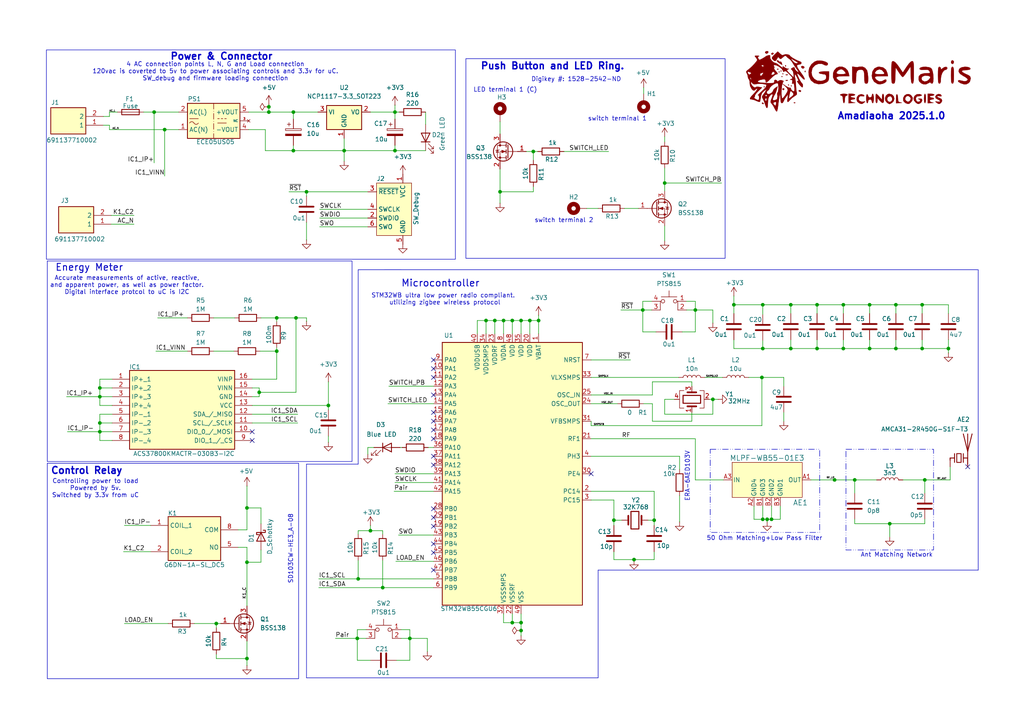
<source format=kicad_sch>
(kicad_sch (version 20250114) (generator "eeschema") (generator_version "9.0")
  (paper "A4")
  (title_block (title "Amadiaoha") (rev "2025.1.0") (company "GeneMaris Technologies") (comment 1 "Wall embedded Smart Switch"))
  (rectangle (start 13.462 14.478) (end 132.08 75.184))
  (rectangle (start 245.364 130.302) (end 270.764 159.512) (stroke (width 0) (type dash_dot_dot)))
  (rectangle (start 13.716 75.692) (end 102.108 133.858))
  (rectangle (start 135.128 17.018) (end 210.312 74.93))
  (rectangle (start 13.716 134.366) (end 86.614 196.85))
  (rectangle (start 303.276 15.494) (end 376.174 65.532))
  (rectangle (start 205.994 130.302) (end 237.744 154.432) (stroke (width 0) (type dash_dot_dot)))
  (text "Digi-key:1528-2546-ND" (at 316.738 18.288 0) (effects (font (size 1.27 1.27))))
  (text "switch terminal 1" (at 179.07 34.544 0) (effects (font (size 1.27 1.27))))
  (text "Alternate Push Button Design" (at 341.122 13.97 0) (effects (font (size 2 2) (thickness 0.4) (bold yes))))
  (text "Power & Connector" (at 64.262 16.51 0) (effects (font (size 2 2) (thickness 0.4) (bold yes))))
  (text "4 AC connection points L, N, G and Load connection\n120vac is coverted to 5v to power associating controls and 3.3v for uC.\nSW_debug and firmware loading connection" (at 62.484 20.828 0) (effects (font (size 1.27 1.27) (thickness 0.1588))))
  (text "Microcontroller" (at 127.762 82.296 0) (effects (font (size 2 2) (thickness 0.254) (bold yes))))
  (text "Control Relay" (at 25.146 136.652 0) (effects (font (size 2 2) (thickness 0.4) (bold yes))))
  (text "Digikey #: 1528-2542-ND" (exclude_from_sim yes) (at 167.132 23.114 0) (effects (font (size 1.27 1.27))))
  (text "Energy Meter" (at 25.908 77.724 0) (effects (font (size 2 2) (thickness 0.254) (bold yes))))
  (text "STM32WB ultra low power radio compliant. \nutilizing zigbee wireless protocol" (at 129.032 86.868 0) (effects (font (size 1.27 1.27))))
  (text "Controlling power to load\nPowered by 5v.\nSwitched by 3.3v from uC" (at 27.686 141.732 0) (effects (font (size 1.27 1.27) (thickness 0.1588))))
  (text "Push Button and LED Ring.\n" (at 160.274 19.304 0) (effects (font (size 2 2) (thickness 0.4) (bold yes))))
  (text "Accurate measurements of active, reactive,\nand apparent power, as well as power factor.\nDigital interface protcol to uC is I2C" (at 36.83 82.804 0) (effects (font (size 1.27 1.27) (thickness 0.1588))))
  (text "ERA-6AED103V" (at 199.39 138.176 90) (effects (font (size 1.27 1.27))))
  (text "SD103CW-HE3_A-08" (at 84.328 159.258 90) (effects (font (size 1.27 1.27))))
  (text "Ant Matching Network\n" (at 260.096 161.036 0) (effects (font (size 1.27 1.27))))
  (text "50 Ohm Matching+Low Pass Filter\n" (at 221.742 156.21 0) (effects (font (size 1.27 1.27))))
  (text "LED terminal 1 (C)" (at 146.558 26.162 0) (effects (font (size 1.27 1.27))))
  (text "switch terminal 2" (at 163.576 64.008 0) (effects (font (size 1.27 1.27))))
  (text "${TITLE} ${REVISION}" (at 258.572 33.782 0) (effects (font (size 2 2) (thickness 0.4) (bold yes))))
  (junction (at 236.982 88.392))
  (junction (at 99.822 43.688))
  (junction (at 151.13 182.88))
  (junction (at 221.234 150.622))
  (junction (at 223.774 150.622))
  (junction (at 28.956 125.222))
  (junction (at 212.852 88.392))
  (junction (at 267.462 101.092))
  (junction (at 268.224 139.192))
  (junction (at 44.704 32.512))
  (junction (at 110.998 170.434))
  (junction (at 77.978 32.512))
  (junction (at 71.628 163.068))
  (junction (at 140.97 92.964))
  (junction (at 145.034 55.626))
  (junction (at 114.554 43.688))
  (junction (at 28.956 115.062))
  (junction (at 80.264 92.202))
  (junction (at 154.686 43.942))
  (junction (at 252.222 88.392))
  (junction (at 143.51 92.964))
  (junction (at 156.21 92.964))
  (junction (at 95.25 117.602))
  (junction (at 80.264 101.854))
  (junction (at 221.234 88.392))
  (junction (at 146.05 92.964))
  (junction (at 275.082 101.092))
  (junction (at 85.09 32.512))
  (junction (at 71.628 147.32))
  (junction (at 221.234 101.092))
  (junction (at 259.842 88.392))
  (junction (at 229.362 88.392))
  (junction (at 267.462 88.392))
  (junction (at 247.904 139.192))
  (junction (at 244.602 88.392))
  (junction (at 148.59 92.964))
  (junction (at 62.738 180.848))
  (junction (at 220.98 109.474))
  (junction (at 206.756 115.824))
  (junction (at 201.676 89.916))
  (junction (at 85.09 43.688))
  (junction (at 28.956 122.682))
  (junction (at 189.738 150.876))
  (junction (at 258.064 151.892))
  (junction (at 47.752 37.592))
  (junction (at 222.504 150.622))
  (junction (at 192.786 53.086))
  (junction (at 183.896 162.306))
  (junction (at 148.59 180.594))
  (junction (at 252.222 101.092))
  (junction (at 103.886 167.894))
  (junction (at 151.13 92.964))
  (junction (at 103.632 185.166))
  (junction (at 357.378 40.64))
  (junction (at 236.982 101.092))
  (junction (at 85.852 92.202))
  (junction (at 77.978 30.988))
  (junction (at 107.442 153.924))
  (junction (at 259.842 101.092))
  (junction (at 229.362 101.092))
  (junction (at 118.872 185.166))
  (junction (at 244.602 101.092))
  (junction (at 186.436 89.916))
  (junction (at 153.67 92.964))
  (junction (at 151.13 180.594))
  (junction (at 28.956 112.522))
  (junction (at 178.054 150.876))
  (junction (at 114.554 32.512))
  (junction (at 242.062 139.192))
  (junction (at 71.628 191.008))
  (junction (at 88.9 55.626))
  (junction (at 75.184 113.792))
  (no_connect (at 125.73 109.474))
  (no_connect (at 125.73 114.554))
  (no_connect (at 125.73 119.634))
  (no_connect (at 171.45 137.414))
  (no_connect (at 125.73 152.654))
  (no_connect (at 73.152 127.762))
  (no_connect (at 125.73 124.714))
  (no_connect (at 125.73 147.574))
  (no_connect (at 125.73 157.734))
  (no_connect (at 125.73 132.334))
  (no_connect (at 125.73 160.274))
  (no_connect (at 125.73 106.934))
  (no_connect (at 125.73 127.254))
  (no_connect (at 125.73 150.114))
  (no_connect (at 125.73 104.394))
  (no_connect (at 280.67 135.382))
  (no_connect (at 125.73 165.354))
  (no_connect (at 125.73 134.874))
  (no_connect (at 73.152 125.222))
  (no_connect (at 125.73 122.174))
  (wire (pts (xy 103.886 153.924) (xy 107.442 153.924)))
  (wire (pts (xy 114.808 162.814) (xy 125.73 162.814)))
  (wire (pts (xy 80.264 92.202) (xy 75.692 92.202)))
  (wire (pts (xy 247.904 139.192) (xy 247.904 143.002)))
  (wire (pts (xy 123.952 185.166) (xy 118.872 185.166)))
  (wire (pts (xy 92.71 60.706) (xy 106.68 60.706)))
  (wire (pts (xy 29.972 33.782) (xy 31.75 33.782)))
  (wire (pts (xy 115.824 32.512) (xy 114.554 32.512)))
  (wire (pts (xy 178.054 162.306) (xy 183.896 162.306)))
  (wire (pts (xy 183.896 162.306) (xy 189.738 162.306)))
  (wire (pts (xy 275.082 101.092) (xy 267.462 101.092)))
  (wire (pts (xy 218.694 150.622) (xy 221.234 150.622)))
  (wire (pts (xy 28.956 112.522) (xy 28.956 115.062)))
  (polyline (pts (xy 283.718 165.354) (xy 173.482 165.354)))
  (wire (pts (xy 35.814 160.02) (xy 43.688 160.02)))
  (wire (pts (xy 80.264 100.838) (xy 80.264 101.854)))
  (wire (pts (xy 118.872 191.516) (xy 115.062 191.516)))
  (wire (pts (xy 44.704 32.512) (xy 44.704 47.244)))
  (wire (pts (xy 125.73 137.414) (xy 114.554 137.414)))
  (wire (pts (xy 85.09 32.512) (xy 77.978 32.512)))
  (wire (pts (xy 75.184 115.062) (xy 75.184 113.792)))
  (wire (pts (xy 227.33 119.634) (xy 227.33 122.174)))
  (wire (pts (xy 259.842 88.392) (xy 259.842 90.932)))
  (wire (pts (xy 171.45 127.254) (xy 201.676 127.254)))
  (wire (pts (xy 148.59 178.054) (xy 148.59 180.594)))
  (wire (pts (xy 28.956 112.522) (xy 32.512 112.522)))
  (wire (pts (xy 170.18 60.452) (xy 173.482 60.452)))
  (wire (pts (xy 222.504 150.622) (xy 223.774 150.622)))
  (wire (pts (xy 206.756 115.824) (xy 208.28 115.824)))
  (wire (pts (xy 200.66 110.744) (xy 200.66 112.014)))
  (wire (pts (xy 76.962 43.688) (xy 85.09 43.688)))
  (wire (pts (xy 73.152 109.982) (xy 80.264 109.982)))
  (polyline (pts (xy 88.9 134.62) (xy 103.886 134.62)))
  (wire (pts (xy 275.59 135.382) (xy 275.59 139.192)))
  (wire (pts (xy 186.436 89.916) (xy 186.436 96.266)))
  (wire (pts (xy 176.53 43.942) (xy 163.576 43.942)))
  (wire (pts (xy 80.264 93.218) (xy 80.264 92.202)))
  (wire (pts (xy 45.212 101.854) (xy 54.356 101.854)))
  (wire (pts (xy 103.632 182.626) (xy 103.632 185.166)))
  (wire (pts (xy 103.632 185.166) (xy 103.632 191.516)))
  (wire (pts (xy 44.704 32.512) (xy 51.816 32.512)))
  (wire (pts (xy 103.886 167.894) (xy 125.73 167.894)))
  (wire (pts (xy 212.852 88.392) (xy 221.234 88.392)))
  (wire (pts (xy 143.51 92.964) (xy 140.97 92.964)))
  (wire (pts (xy 140.97 92.964) (xy 138.43 92.964)))
  (wire (pts (xy 196.85 109.474) (xy 171.45 109.474)))
  (wire (pts (xy 220.98 109.474) (xy 227.33 109.474)))
  (wire (pts (xy 178.054 160.02) (xy 178.054 162.306)))
  (wire (pts (xy 124.206 129.794) (xy 125.73 129.794)))
  (wire (pts (xy 38.862 62.484) (xy 32.258 62.484)))
  (polyline (pts (xy 111.506 78.232) (xy 283.718 78.232)))
  (wire (pts (xy 112.776 112.014) (xy 125.73 112.014)))
  (wire (pts (xy 229.362 88.392) (xy 236.982 88.392)))
  (wire (pts (xy 189.23 122.174) (xy 200.66 122.174)))
  (wire (pts (xy 220.98 123.444) (xy 171.45 123.444)))
  (wire (pts (xy 254.254 139.192) (xy 247.904 139.192)))
  (wire (pts (xy 143.51 92.964) (xy 143.51 96.774)))
  (wire (pts (xy 153.67 92.964) (xy 151.13 92.964)))
  (wire (pts (xy 85.852 92.202) (xy 88.9 92.202)))
  (wire (pts (xy 171.45 114.554) (xy 189.23 114.554)))
  (wire (pts (xy 95.25 126.492) (xy 95.25 128.27)))
  (wire (pts (xy 80.264 101.854) (xy 80.264 109.982)))
  (wire (pts (xy 61.976 101.854) (xy 67.818 101.854)))
  (wire (pts (xy 200.66 119.634) (xy 200.66 122.174)))
  (wire (pts (xy 350.012 40.64) (xy 357.378 40.64)))
  (wire (pts (xy 221.234 98.806) (xy 221.234 101.092)))
  (wire (pts (xy 171.45 142.494) (xy 189.738 142.494)))
  (wire (pts (xy 125.73 155.194) (xy 115.57 155.194)))
  (wire (pts (xy 247.904 151.892) (xy 258.064 151.892)))
  (wire (pts (xy 88.9 64.516) (xy 88.9 69.596)))
  (wire (pts (xy 180.34 150.876) (xy 178.054 150.876)))
  (wire (pts (xy 236.982 101.092) (xy 236.982 98.552)))
  (wire (pts (xy 252.222 88.392) (xy 244.602 88.392)))
  (wire (pts (xy 206.756 89.916) (xy 201.676 89.916)))
  (wire (pts (xy 32.512 120.142) (xy 28.956 120.142)))
  (wire (pts (xy 220.98 123.444) (xy 220.98 109.474)))
  (wire (pts (xy 123.444 43.688) (xy 114.554 43.688)))
  (wire (pts (xy 171.45 104.394) (xy 182.88 104.394)))
  (polyline (pts (xy 173.482 165.354) (xy 173.482 196.596)))
  (wire (pts (xy 45.72 92.202) (xy 54.356 92.202)))
  (wire (pts (xy 154.686 43.942) (xy 152.654 43.942)))
  (wire (pts (xy 346.456 55.118) (xy 346.456 53.34)))
  (wire (pts (xy 199.136 87.376) (xy 201.676 87.376)))
  (wire (pts (xy 189.23 110.744) (xy 200.66 110.744)))
  (wire (pts (xy 259.842 88.392) (xy 252.222 88.392)))
  (wire (pts (xy 320.548 58.42) (xy 320.548 63.246)))
  (wire (pts (xy 222.504 151.384) (xy 222.504 150.622)))
  (wire (pts (xy 186.436 89.916) (xy 180.086 89.916)))
  (wire (pts (xy 114.3 142.494) (xy 125.73 142.494)))
  (wire (pts (xy 189.23 117.094) (xy 189.23 122.174)))
  (wire (pts (xy 108.458 129.794) (xy 106.68 129.794)))
  (wire (pts (xy 244.602 88.392) (xy 244.602 90.932)))
  (wire (pts (xy 275.082 90.932) (xy 275.082 88.392)))
  (wire (pts (xy 28.956 115.062) (xy 32.512 115.062)))
  (wire (pts (xy 187.96 150.876) (xy 189.738 150.876)))
  (wire (pts (xy 268.224 139.192) (xy 275.59 139.192)))
  (wire (pts (xy 75.184 113.792) (xy 75.184 112.522)))
  (wire (pts (xy 212.852 88.392) (xy 212.852 90.932)))
  (wire (pts (xy 201.676 139.192) (xy 209.804 139.192)))
  (wire (pts (xy 125.73 139.954) (xy 114.554 139.954)))
  (wire (pts (xy 73.152 115.062) (xy 75.184 115.062)))
  (wire (pts (xy 151.13 180.594) (xy 151.13 182.88)))
  (wire (pts (xy 110.998 170.434) (xy 125.73 170.434)))
  (wire (pts (xy 151.13 92.964) (xy 151.13 96.774)))
  (wire (pts (xy 217.17 109.474) (xy 220.98 109.474)))
  (polyline (pts (xy 88.9 196.596) (xy 88.9 134.62)))
  (wire (pts (xy 258.064 151.892) (xy 258.064 155.702)))
  (wire (pts (xy 116.332 182.626) (xy 118.872 182.626)))
  (wire (pts (xy 244.602 101.092) (xy 236.982 101.092)))
  (wire (pts (xy 92.71 63.246) (xy 106.68 63.246)))
  (wire (pts (xy 71.628 140.97) (xy 71.628 147.32)))
  (wire (pts (xy 103.632 185.166) (xy 97.282 185.166)))
  (wire (pts (xy 92.456 167.894) (xy 103.886 167.894)))
  (wire (pts (xy 85.09 32.512) (xy 85.09 34.544)))
  (wire (pts (xy 71.628 147.32) (xy 71.628 153.67)))
  (wire (pts (xy 192.786 120.142) (xy 206.756 120.142)))
  (wire (pts (xy 75.438 101.854) (xy 80.264 101.854)))
  (wire (pts (xy 267.462 88.392) (xy 259.842 88.392)))
  (wire (pts (xy 156.21 91.44) (xy 156.21 92.964)))
  (wire (pts (xy 88.9 55.626) (xy 106.68 55.626)))
  (wire (pts (xy 83.82 55.626) (xy 88.9 55.626)))
  (polyline (pts (xy 103.886 78.232) (xy 116.332 78.232)))
  (wire (pts (xy 319.786 29.718) (xy 319.786 34.544)))
  (wire (pts (xy 31.75 32.512) (xy 31.75 33.782)))
  (wire (pts (xy 56.388 180.848) (xy 62.738 180.848)))
  (wire (pts (xy 31.75 37.592) (xy 31.75 36.322)))
  (wire (pts (xy 28.956 109.982) (xy 32.512 109.982)))
  (wire (pts (xy 319.786 34.544) (xy 332.994 34.544)))
  (wire (pts (xy 275.082 102.362) (xy 275.082 101.092)))
  (wire (pts (xy 138.43 96.774) (xy 138.43 92.964)))
  (wire (pts (xy 145.034 35.306) (xy 145.034 38.862)))
  (wire (pts (xy 357.378 40.64) (xy 357.378 45.466)))
  (wire (pts (xy 192.786 53.086) (xy 192.786 55.372)))
  (wire (pts (xy 48.768 180.848) (xy 36.068 180.848)))
  (wire (pts (xy 114.554 42.164) (xy 114.554 43.688)))
  (wire (pts (xy 195.58 115.824) (xy 192.786 115.824)))
  (wire (pts (xy 221.234 88.392) (xy 229.362 88.392)))
  (wire (pts (xy 146.05 92.964) (xy 146.05 96.774)))
  (wire (pts (xy 107.442 32.512) (xy 114.554 32.512)))
  (wire (pts (xy 201.676 87.376) (xy 201.676 89.916)))
  (wire (pts (xy 181.102 60.452) (xy 185.166 60.452)))
  (wire (pts (xy 73.152 122.682) (xy 86.36 122.682)))
  (wire (pts (xy 118.872 182.626) (xy 118.872 185.166)))
  (wire (pts (xy 229.362 101.092) (xy 236.982 101.092)))
  (wire (pts (xy 106.68 129.794) (xy 106.68 131.826)))
  (wire (pts (xy 171.45 117.094) (xy 179.07 117.094)))
  (wire (pts (xy 85.09 42.164) (xy 85.09 43.688)))
  (polyline (pts (xy 103.886 134.62) (xy 103.886 78.232)))
  (wire (pts (xy 178.054 145.034) (xy 178.054 150.876)))
  (wire (pts (xy 75.692 147.32) (xy 75.692 151.892)))
  (wire (pts (xy 99.822 43.688) (xy 99.822 46.736)))
  (wire (pts (xy 154.686 43.942) (xy 155.956 43.942)))
  (wire (pts (xy 201.676 127.254) (xy 201.676 139.192)))
  (wire (pts (xy 258.064 151.892) (xy 268.224 151.892)))
  (wire (pts (xy 221.234 91.186) (xy 221.234 88.392)))
  (wire (pts (xy 103.886 162.56) (xy 103.886 167.894)))
  (wire (pts (xy 73.152 117.602) (xy 95.25 117.602)))
  (wire (pts (xy 31.75 32.512) (xy 34.036 32.512)))
  (wire (pts (xy 156.21 96.774) (xy 156.21 92.964)))
  (wire (pts (xy 320.548 48.514) (xy 333.756 48.514)))
  (wire (pts (xy 123.952 188.976) (xy 123.952 185.166)))
  (wire (pts (xy 92.456 170.434) (xy 110.998 170.434)))
  (wire (pts (xy 259.842 101.092) (xy 252.222 101.092)))
  (wire (pts (xy 209.55 109.474) (xy 204.47 109.474)))
  (wire (pts (xy 218.694 146.812) (xy 218.694 150.622)))
  (wire (pts (xy 71.628 163.068) (xy 71.628 175.768)))
  (wire (pts (xy 229.362 98.552) (xy 229.362 101.092)))
  (wire (pts (xy 106.172 182.626) (xy 103.632 182.626)))
  (wire (pts (xy 242.062 138.938) (xy 242.062 139.192)))
  (wire (pts (xy 189.738 162.306) (xy 189.738 160.02)))
  (wire (pts (xy 148.59 92.964) (xy 148.59 96.774)))
  (wire (pts (xy 95.25 117.602) (xy 95.25 118.872)))
  (wire (pts (xy 73.152 120.142) (xy 86.36 120.142)))
  (wire (pts (xy 189.738 142.494) (xy 189.738 150.876)))
  (wire (pts (xy 206.756 115.824) (xy 205.74 115.824)))
  (wire (pts (xy 192.786 39.624) (xy 192.786 41.148)))
  (wire (pts (xy 221.234 101.092) (xy 229.362 101.092)))
  (wire (pts (xy 28.956 125.222) (xy 28.956 127.762)))
  (wire (pts (xy 178.054 145.034) (xy 171.45 145.034)))
  (wire (pts (xy 242.062 139.192) (xy 247.904 139.192)))
  (wire (pts (xy 71.628 185.928) (xy 71.628 191.008)))
  (wire (pts (xy 221.234 150.622) (xy 222.504 150.622)))
  (wire (pts (xy 146.05 92.964) (xy 143.51 92.964)))
  (wire (pts (xy 110.998 154.94) (xy 110.998 153.924)))
  (wire (pts (xy 112.522 117.094) (xy 125.73 117.094)))
  (wire (pts (xy 226.314 146.812) (xy 226.314 150.622)))
  (wire (pts (xy 75.184 113.792) (xy 85.852 113.792)))
  (polyline (pts (xy 173.482 196.596) (xy 88.9 196.596)))
  (wire (pts (xy 148.59 92.964) (xy 146.05 92.964)))
  (wire (pts (xy 227.33 109.474) (xy 227.33 112.014)))
  (wire (pts (xy 197.104 132.334) (xy 197.104 136.144)))
  (wire (pts (xy 252.222 101.092) (xy 244.602 101.092)))
  (wire (pts (xy 106.172 185.166) (xy 103.632 185.166)))
  (wire (pts (xy 118.872 185.166) (xy 118.872 191.516)))
  (wire (pts (xy 145.034 55.626) (xy 145.034 49.022)))
  (wire (pts (xy 77.978 30.226) (xy 77.978 30.988)))
  (wire (pts (xy 244.602 88.392) (xy 236.982 88.392)))
  (wire (pts (xy 38.862 65.024) (xy 32.258 65.024)))
  (wire (pts (xy 28.956 117.602) (xy 28.956 115.062)))
  (wire (pts (xy 151.13 178.054) (xy 151.13 180.594)))
  (wire (pts (xy 146.05 178.054) (xy 146.05 180.594)))
  (wire (pts (xy 146.05 180.594) (xy 148.59 180.594)))
  (wire (pts (xy 99.822 40.132) (xy 99.822 43.688)))
  (wire (pts (xy 31.75 36.322) (xy 29.972 36.322)))
  (wire (pts (xy 236.982 88.392) (xy 236.982 90.932)))
  (wire (pts (xy 71.628 158.75) (xy 71.628 163.068)))
  (wire (pts (xy 69.088 153.67) (xy 71.628 153.67)))
  (wire (pts (xy 357.378 36.322) (xy 357.378 40.64)))
  (wire (pts (xy 267.462 101.092) (xy 259.842 101.092)))
  (wire (pts (xy 186.436 87.376) (xy 186.436 89.916)))
  (wire (pts (xy 71.628 191.008) (xy 71.628 193.04)))
  (wire (pts (xy 73.152 112.522) (xy 75.184 112.522)))
  (wire (pts (xy 116.078 129.794) (xy 116.586 129.794)))
  (wire (pts (xy 259.842 98.552) (xy 259.842 101.092)))
  (wire (pts (xy 357.378 27.178) (xy 357.378 28.702)))
  (wire (pts (xy 206.756 120.142) (xy 206.756 115.824)))
  (wire (pts (xy 76.962 43.688) (xy 76.962 37.592)))
  (wire (pts (xy 114.554 30.48) (xy 114.554 32.512)))
  (wire (pts (xy 28.956 122.682) (xy 28.956 125.222)))
  (wire (pts (xy 62.738 189.738) (xy 62.738 191.008)))
  (wire (pts (xy 32.512 117.602) (xy 28.956 117.602)))
  (wire (pts (xy 221.234 146.812) (xy 221.234 150.622)))
  (wire (pts (xy 19.558 125.222) (xy 28.956 125.222)))
  (wire (pts (xy 275.082 98.552) (xy 275.082 101.092)))
  (wire (pts (xy 223.774 146.812) (xy 223.774 150.622)))
  (wire (pts (xy 188.976 89.916) (xy 186.436 89.916)))
  (wire (pts (xy 171.45 132.334) (xy 197.104 132.334)))
  (wire (pts (xy 188.976 87.376) (xy 186.436 87.376)))
  (wire (pts (xy 75.692 147.32) (xy 71.628 147.32)))
  (wire (pts (xy 75.692 163.068) (xy 71.628 163.068)))
  (wire (pts (xy 212.852 98.552) (xy 212.852 101.092)))
  (wire (pts (xy 47.752 37.592) (xy 47.752 51.054)))
  (wire (pts (xy 64.008 180.848) (xy 62.738 180.848)))
  (wire (pts (xy 235.204 139.192) (xy 242.062 139.192)))
  (wire (pts (xy 212.852 101.092) (xy 221.234 101.092)))
  (wire (pts (xy 192.786 69.85) (xy 192.786 65.532)))
  (wire (pts (xy 103.886 154.94) (xy 103.886 153.924)))
  (wire (pts (xy 154.686 55.626) (xy 145.034 55.626)))
  (wire (pts (xy 72.136 37.592) (xy 76.962 37.592)))
  (wire (pts (xy 201.676 89.916) (xy 199.136 89.916)))
  (wire (pts (xy 31.75 37.592) (xy 47.752 37.592)))
  (wire (pts (xy 275.082 88.392) (xy 267.462 88.392)))
  (wire (pts (xy 357.378 40.64) (xy 373.888 40.64)))
  (wire (pts (xy 28.956 122.682) (xy 32.512 122.682)))
  (wire (pts (xy 156.21 92.964) (xy 153.67 92.964)))
  (wire (pts (xy 107.442 152.4) (xy 107.442 153.924)))
  (wire (pts (xy 28.956 125.222) (xy 32.512 125.222)))
  (wire (pts (xy 151.13 92.964) (xy 148.59 92.964)))
  (wire (pts (xy 151.13 182.88) (xy 151.13 184.404)))
  (wire (pts (xy 123.444 36.068) (xy 123.444 32.512)))
  (wire (pts (xy 186.69 117.094) (xy 189.23 117.094)))
  (wire (pts (xy 28.956 112.522) (xy 28.956 109.982)))
  (wire (pts (xy 178.054 150.876) (xy 178.054 152.4)))
  (wire (pts (xy 92.71 65.786) (xy 106.68 65.786)))
  (wire (pts (xy 41.656 32.512) (xy 44.704 32.512)))
  (wire (pts (xy 92.202 32.512) (xy 85.09 32.512)))
  (wire (pts (xy 85.09 43.688) (xy 99.822 43.688)))
  (wire (pts (xy 62.738 180.848) (xy 62.738 182.118)))
  (wire (pts (xy 88.9 93.218) (xy 88.9 92.202)))
  (wire (pts (xy 88.9 55.626) (xy 88.9 56.896)))
  (wire (pts (xy 201.676 96.266) (xy 197.866 96.266)))
  (wire (pts (xy 107.442 153.924) (xy 110.998 153.924)))
  (wire (pts (xy 99.822 43.688) (xy 114.554 43.688)))
  (wire (pts (xy 114.554 32.512) (xy 114.554 34.544)))
  (wire (pts (xy 189.23 114.554) (xy 189.23 110.744)))
  (wire (pts (xy 80.264 92.202) (xy 85.852 92.202)))
  (wire (pts (xy 148.59 180.594) (xy 151.13 180.594)))
  (wire (pts (xy 268.224 139.192) (xy 268.224 143.002)))
  (wire (pts (xy 95.25 110.744) (xy 95.25 117.602)))
  (wire (pts (xy 192.786 53.086) (xy 209.296 53.086)))
  (wire (pts (xy 47.752 37.592) (xy 51.816 37.592)))
  (wire (pts (xy 36.068 152.4) (xy 43.688 152.4)))
  (wire (pts (xy 62.738 191.008) (xy 71.628 191.008)))
  (wire (pts (xy 186.69 25.4) (xy 186.69 27.178)))
  (wire (pts (xy 357.378 60.452) (xy 357.378 53.086)))
  (wire (pts (xy 244.602 98.552) (xy 244.602 101.092)))
  (wire (pts (xy 103.632 191.516) (xy 107.442 191.516)))
  (polyline (pts (xy 283.718 78.232) (xy 283.718 165.354)))
  (wire (pts (xy 110.998 162.56) (xy 110.998 170.434)))
  (wire (pts (xy 154.686 54.102) (xy 154.686 55.626)))
  (wire (pts (xy 140.97 92.964) (xy 140.97 96.774)))
  (wire (pts (xy 189.738 150.876) (xy 189.738 152.4)))
  (wire (pts (xy 77.978 32.512) (xy 72.136 32.512)))
  (wire (pts (xy 28.956 127.762) (xy 32.512 127.762)))
  (wire (pts (xy 77.978 30.988) (xy 77.978 32.512)))
  (wire (pts (xy 267.462 98.552) (xy 267.462 101.092)))
  (wire (pts (xy 252.222 98.552) (xy 252.222 101.092)))
  (wire (pts (xy 118.872 185.166) (xy 116.332 185.166)))
  (wire (pts (xy 212.852 85.852) (xy 212.852 88.392)))
  (wire (pts (xy 307.848 42.672) (xy 307.848 44.45)))
  (wire (pts (xy 247.904 150.622) (xy 247.904 151.892)))
  (wire (pts (xy 154.686 46.482) (xy 154.686 43.942)))
  (wire (pts (xy 223.774 150.622) (xy 226.314 150.622)))
  (wire (pts (xy 268.224 139.192) (xy 261.874 139.192)))
  (wire (pts (xy 61.976 92.202) (xy 68.072 92.202)))
  (wire (pts (xy 229.362 88.392) (xy 229.362 90.932)))
  (wire (pts (xy 85.852 113.792) (xy 85.852 92.202)))
  (wire (pts (xy 320.548 43.688) (xy 320.548 48.514)))
  (wire (pts (xy 192.786 115.824) (xy 192.786 120.142)))
  (wire (pts (xy 268.224 151.892) (xy 268.224 150.622)))
  (wire (pts (xy 206.756 93.726) (xy 206.756 89.916)))
  (wire (pts (xy 267.462 88.392) (xy 267.462 90.932)))
  (wire (pts (xy 171.45 123.444) (xy 171.45 122.174)))
  (wire (pts (xy 320.548 63.246) (xy 333.756 63.246)))
  (wire (pts (xy 28.956 120.142) (xy 28.956 122.682)))
  (wire (pts (xy 19.304 115.062) (xy 28.956 115.062)))
  (wire (pts (xy 69.088 158.75) (xy 71.628 158.75)))
  (wire (pts (xy 192.786 48.768) (xy 192.786 53.086)))
  (wire (pts (xy 201.676 89.916) (xy 201.676 96.266)))
  (wire (pts (xy 145.034 55.626) (xy 145.034 58.928)))
  (wire (pts (xy 197.104 143.764) (xy 197.104 151.384)))
  (wire (pts (xy 183.896 162.56) (xy 183.896 162.306)))
  (wire (pts (xy 186.436 96.266) (xy 190.246 96.266)))
  (wire (pts (xy 252.222 88.392) (xy 252.222 90.932)))
  (wire (pts (xy 75.692 163.068) (xy 75.692 159.512)))
  (wire (pts (xy 153.67 92.964) (xy 153.67 96.774)))
  (label "SWO" (at 115.57 155.194 0))
  (label "SWCLK" (at 92.71 60.706 0))
  (label "SMPSFB" (at 175.26 123.444 180) (effects (font (size 0.5 0.5))))
  (label "RF_LP" (at 242.062 138.938 180) (effects (font (size 0.5 0.5))))
  (label "SWITCH_RLED" (at 332.994 34.544 180))
  (label "K1_C" (at 71.628 170.18 270) (effects (font (size 0.9 0.9))))
  (label "LOAD_EN" (at 114.808 162.814 0))
  (label "IC1_IP+" (at 44.704 47.244 180))
  (label "IC1_IP+" (at 45.72 92.202 0))
  (label "SMPSLX" (at 176.53 109.474 180) (effects (font (size 0.5 0.5))))
  (label "SWCLK" (at 114.554 139.954 0))
  (label "K1_C2" (at 35.814 160.02 0))
  (label "~{RST}" (at 83.82 55.626 0))
  (label "SWITCH_GLED" (at 333.756 48.514 180))
  (label "K1_C2" (at 38.862 62.484 180))
  (label "AC_N" (at 34.544 37.592 180) (effects (font (size 0.5 0.5))))
  (label "IC1_IP-" (at 36.068 152.4 0))
  (label "RF_ANT" (at 274.574 139.192 180) (effects (font (size 0.5 0.5))))
  (label "SWDIO" (at 114.554 137.414 0))
  (label "Pair" (at 97.282 185.166 0))
  (label "LOAD_EN" (at 36.068 180.848 0))
  (label "SWITCH_BLED" (at 333.756 63.246 180))
  (label "SWITCH_LED" (at 176.53 43.942 180))
  (label "IC1_SCL" (at 86.36 122.682 180))
  (label "HSE_OUT" (at 177.8 117.094 180) (effects (font (size 0.5 0.5))))
  (label "~{RST}" (at 182.88 104.394 180))
  (label "HSE_IN" (at 177.8 114.554 180) (effects (font (size 0.5 0.5))))
  (label "SWITCH_LED" (at 112.522 117.094 0))
  (label "SWDIO" (at 92.71 63.246 0))
  (label "SWITCH_PB" (at 209.296 53.086 180))
  (label "AC_N" (at 38.862 65.024 180))
  (label "SWITCH_PB" (at 373.888 40.64 180))
  (label "IC1_VINN" (at 45.212 101.854 0))
  (label "IC1_VINN" (at 47.752 51.054 180))
  (label "IC1_SCL" (at 92.456 167.894 0))
  (label "SWITCH_PB" (at 112.776 112.014 0))
  (label "SWO" (at 92.71 65.786 0))
  (label "Pair" (at 114.3 142.494 0))
  (label "IC1_SDA" (at 86.36 120.142 180))
  (label "~{RST}" (at 180.086 89.916 0))
  (label "RF" (at 180.34 127.254 0))
  (label "SMPSLX2" (at 208.28 109.474 180) (effects (font (size 0.5 0.5))))
  (label "IC1_SDA" (at 92.456 170.434 0))
  (label "IC1_IP-" (at 19.558 125.222 0))
  (label "AC_L" (at 33.528 32.512 180) (effects (font (size 0.5 0.5))))
  (label "IC1_IP+" (at 19.304 115.062 0))
  (symbol (lib_id "Device:R") (at 119.634 32.512 90) (unit 1)
    (property "Reference" "R16" (at 119.634 27.432 90))
    (property "Value" "220" (at 119.634 29.972 90))
    (property "Footprint" "Resistor_SMD:R_0805_2012Metric_Pad1.20x1.40mm_HandSolder" (effects (hide yes)))
    (property "Description" "Resistor" (effects (hide yes)))
  )
  (symbol (lib_id "Device:R") (at 52.578 180.848 90) (mirror x) (unit 1)
    (property "Reference" "R3" (at 52.832 183.134 90))
    (property "Value" "1k" (at 53.086 178.308 90))
    (property "Footprint" "Resistor_SMD:R_0805_2012Metric" (effects (hide yes)))
    (property "Description" "Resistor" (effects (hide yes)))
    (property "shopping" "https://www.mouser.com/ProductDetail/Panasonic/ERJ-UP6F6490V?qs=sGAEpiMZZMtlubZbdhIBICtThL%2B6LvXHaH9EDADmMNs=" (effects (hide yes)))
    (property "JLCPCB Part#" "C2758638 " (effects (hide yes)))
    (property "Manufacturer_Part_Number" "NQ05W8J0102T5E" (effects (hide yes)))
  )
  (symbol (lib_id "Device:C") (at 178.054 156.21 0) (mirror y) (unit 1)
    (property "Reference" "C13" (at 177.292 154.178 0) (effects (justify left)))
    (property "Value" "10p" (at 177.8 158.496 0) (effects (justify left)))
    (property "Footprint" "Capacitor_SMD:C_0603_1608Metric_Pad1.08x0.95mm_HandSolder" (effects (hide yes)))
    (property "Description" "Unpolarized capacitor" (effects (hide yes)))
  )
  (symbol (lib_id "power:+3V3") (at 156.21 91.44 0) (mirror y) (unit 1)
    (property "Reference" "#PWR03" (effects (hide yes)))
    (property "Value" "+3V3" (at 156.21 86.36 0))
    (property "Description" "Power symbol creates a global label with name \"+3V3\"" (effects (hide yes)))
  )
  (symbol (lib_id "Mechanical:MountingHole_Pad") (at 347.472 40.64 90) (unit 1) (in_bom no) (on_board no) (dnp yes)
    (property "Reference" "H5" (at 346.202 37.338 90))
    (property "Value" "MountingHole_Pad" (effects (hide yes)))
    (property "Footprint" "MountingHole:MountingHole_2.5mm_Pad" (effects (hide yes)))
    (property "Description" "Mounting Hole with connection" (effects (hide yes)))
  )
  (symbol (lib_id "Device:R") (at 192.786 44.958 180) (unit 1)
    (property "Reference" "R10" (at 195.072 45.212 90))
    (property "Value" "10k" (at 190.5 44.958 90))
    (property "Footprint" "Resistor_SMD:R_0805_2012Metric_Pad1.20x1.40mm_HandSolder" (effects (hide yes)))
    (property "Description" "Resistor" (effects (hide yes)))
    (property "shopping" "https://www.mouser.com/ProductDetail/Panasonic/ERA-6ARW182V?qs=sGAEpiMZZMtlubZbdhIBIJiMSTY83nT4sprpo6fBVAk=" (effects (hide yes)))
  )
  (symbol (lib_id "Device:R") (at 177.292 60.452 90) (mirror x) (unit 1)
    (property "Reference" "R13" (at 177.546 62.738 90))
    (property "Value" "1k" (at 177.8 57.912 90))
    (property "Footprint" "Resistor_SMD:R_0805_2012Metric" (effects (hide yes)))
    (property "Description" "Resistor" (effects (hide yes)))
    (property "shopping" "https://www.mouser.com/ProductDetail/Panasonic/ERJ-UP6F6490V?qs=sGAEpiMZZMtlubZbdhIBICtThL%2B6LvXHaH9EDADmMNs=" (effects (hide yes)))
    (property "JLCPCB Part#" "C2758638 " (effects (hide yes)))
    (property "Manufacturer_Part_Number" "NQ05W8J0102T5E" (effects (hide yes)))
  )
  (symbol (lib_id "Device:C") (at 111.252 191.516 270) (mirror x) (unit 1)
    (property "Reference" "C21" (at 110.744 188.214 90))
    (property "Value" "0u1" (at 111.252 195.072 90))
    (property "Footprint" "Capacitor_SMD:C_0603_1608Metric_Pad1.08x0.95mm_HandSolder" (effects (hide yes)))
    (property "Description" "Unpolarized capacitor" (effects (hide yes)))
    (property "JLCPCB Part #" " C149621" (effects (hide yes)))
  )
  (symbol (lib_id "Mechanical:MountingHole_Pad") (at 319.786 27.178 0) (unit 1) (exclude_from_sim yes) (in_bom no) (on_board no) (dnp yes)
    (property "Reference" "H10" (at 320.294 22.606 0))
    (property "Value" "MountingHole_Pad" (effects (hide yes)))
    (property "Footprint" "MountingHole:MountingHole_2.5mm_Pad" (effects (hide yes)))
    (property "Description" "Mounting Hole with connection" (effects (hide yes)))
  )
  (symbol (lib_id "Regulator_Linear:NCP1117-3.3_SOT223") (at 99.822 32.512 0) (unit 1)
    (property "Reference" "U2" (at 99.822 25.4 0))
    (property "Value" "NCP1117-3.3_SOT223" (at 99.822 27.94 0))
    (property "Footprint" "Package_TO_SOT_SMD:SOT-223-3_TabPin2" (effects (hide yes)))
    (property "Datasheet" "http://www.onsemi.com/pub_link/Collateral/NCP1117-D.PDF" (effects (hide yes)))
    (property "Description" "1A Low drop-out regulator, Fixed Output 3.3V, SOT-223" (effects (hide yes)))
  )
  (symbol (lib_id "Device:C") (at 252.222 94.742 0) (unit 1)
    (property "Reference" "C5" (at 248.158 92.456 0) (effects (justify left)))
    (property "Value" "0u1" (at 246.634 97.028 0) (effects (justify left)))
    (property "Footprint" "Capacitor_SMD:C_0603_1608Metric_Pad1.08x0.95mm_HandSolder" (effects (hide yes)))
    (property "Description" "Unpolarized capacitor" (effects (hide yes)))
  )
  (symbol (lib_id "691137710002:691137710002") (at 29.972 36.322 180) (unit 1)
    (property "Reference" "J1" (at 16.002 29.718 0))
    (property "Value" "691137710002" (at 20.828 40.64 0))
    (property "Footprint" "691137710002:SHDR2W70P0X500_1X2_1000X750X1160P" (effects (hide yes)))
    (property "Datasheet" "https://katalog.we-online.com/em/datasheet/691137710002.pdf" (effects (hide yes)))
    (property "Description" "Wurth Elektronik WR-TBL Series 5mm Pitch, 2 Way, PCB Terminal Block, Through Hole" (effects (hide yes)))
    (property "Height" "11.6" (effects (hide yes)))
    (property "Mouser Part Number" "710-691137710002" (effects (hide yes)))
    (property "Mouser Price/Stock" "https://www.mouser.co.uk/ProductDetail/Wurth-Elektronik/691137710002?qs=lBTPRtX1sU9LnHBbviNKGA%3D%3D" (effects (hide yes)))
    (property "Manufacturer_Name" "Wurth Elektronik" (effects (hide yes)))
    (property "Manufacturer_Part_Number" "691137710002" (effects (hide yes)))
  )
  (symbol (lib_id "Device:C") (at 259.842 94.742 0) (unit 1)
    (property "Reference" "C6" (at 255.778 92.456 0) (effects (justify left)))
    (property "Value" "0u1" (at 254.254 97.028 0) (effects (justify left)))
    (property "Footprint" "Capacitor_SMD:C_0603_1608Metric_Pad1.08x0.95mm_HandSolder" (effects (hide yes)))
    (property "Description" "Unpolarized capacitor" (effects (hide yes)))
  )
  (symbol (lib_id "Connector:Conn_ARM_SWD_TagConnect_TC2030") (at 114.3 60.706 0) (mirror y) (unit 1)
    (property "Reference" "J2" (at 109.22 51.816 0) (effects (justify right)))
    (property "Value" "SW_Debug" (at 120.65 55.626 90) (effects (justify right)))
    (property "Footprint" "Connector:Tag-Connect_TC2030-IDC-FP_2x03_P1.27mm_Vertical" (effects (hide yes)))
    (property "Datasheet" "https://www.tag-connect.com/wp-content/uploads/bsk-pdf-manager/TC2030-CTX_1.pdf" (effects (hide yes)))
    (property "Description" "Tag-Connect ARM Cortex SWD JTAG connector, 6 pin" (effects (hide yes)))
  )
  (symbol (lib_id "Mechanical:MountingHole_Pad") (at 186.69 29.718 180) (unit 1) (in_bom no)
    (property "Reference" "H1" (at 188.976 27.178 0))
    (property "Value" "MountingHole_Pad" (effects (hide yes)))
    (property "Footprint" "MountingHole:MountingHole_2.5mm_Pad" (effects (hide yes)))
    (property "Description" "Mounting Hole with connection" (effects (hide yes)))
  )
  (symbol (lib_id "Device:L") (at 213.36 109.474 270) (mirror x) (unit 1)
    (property "Reference" "L2" (at 213.36 104.394 90))
    (property "Value" "10u" (at 213.36 106.934 90))
    (property "Footprint" "Inductor_SMD:L_0805_2012Metric_Pad1.05x1.20mm_HandSolder" (effects (hide yes)))
    (property "Description" "Inductor" (effects (hide yes)))
  )
  (symbol (lib_id "Mechanical:MountingHole_Pad") (at 346.456 50.8 0) (unit 1) (in_bom no) (on_board no) (dnp yes)
    (property "Reference" "H6" (at 344.17 53.34 0))
    (property "Value" "MountingHole_Pad" (effects (hide yes)))
    (property "Footprint" "MountingHole:MountingHole_2.5mm_Pad" (effects (hide yes)))
    (property "Description" "Mounting Hole with connection" (effects (hide yes)))
  )
  (symbol (lib_id "Mechanical:MountingHole_Pad") (at 145.034 32.766 0) (unit 1) (in_bom no)
    (property "Reference" "H3" (at 145.542 28.194 0))
    (property "Value" "MountingHole_Pad" (effects (hide yes)))
    (property "Footprint" "MountingHole:MountingHole_2.5mm_Pad" (effects (hide yes)))
    (property "Description" "Mounting Hole with connection" (effects (hide yes)))
  )
  (symbol (lib_id "Switch:SW_MEC_5E") (at 194.056 89.916 0) (mirror y) (unit 1)
    (property "Reference" "SW1" (at 194.056 79.756 0))
    (property "Value" "PTS815" (at 194.056 82.296 0))
    (property "Footprint" "PS815_SJK:PTS815SJK250SMTRLFS" (effects (hide yes)))
    (property "Datasheet" "http://www.apem.com/int/index.php?controller=attachment&id_attachment=1371" (effects (hide yes)))
    (property "Description" "MEC 5E single pole normally-open tactile switch" (effects (hide yes)))
    (property "JLCPCB Part #" "C411883" (effects (hide yes)))
  )
  (symbol (lib_id "power:GND") (at 183.896 162.56 0) (unit 1)
    (property "Reference" "#PWR015" (effects (hide yes)))
    (property "Value" "GND" (effects (hide yes)))
    (property "Description" "Power symbol creates a global label with name \"GND\" , ground" (effects (hide yes)))
  )
  (symbol (lib_id "Device:R") (at 357.378 32.512 180) (unit 1) (in_bom no) (on_board no) (dnp yes)
    (property "Reference" "R17" (at 359.664 32.766 90))
    (property "Value" "10k" (at 355.092 32.512 90))
    (property "Footprint" "Resistor_SMD:R_0805_2012Metric_Pad1.20x1.40mm_HandSolder" (effects (hide yes)))
    (property "Description" "Resistor" (effects (hide yes)))
    (property "shopping" "https://www.mouser.com/ProductDetail/Panasonic/ERA-6ARW182V?qs=sGAEpiMZZMtlubZbdhIBIJiMSTY83nT4sprpo6fBVAk=" (effects (hide yes)))
  )
  (symbol (lib_id "Device:C") (at 236.982 94.742 0) (unit 1)
    (property "Reference" "C3" (at 232.918 92.456 0) (effects (justify left)))
    (property "Value" "0u1" (at 231.394 97.028 0) (effects (justify left)))
    (property "Footprint" "Capacitor_SMD:C_0603_1608Metric_Pad1.08x0.95mm_HandSolder" (effects (hide yes)))
    (property "Description" "Unpolarized capacitor" (effects (hide yes)))
  )
  (symbol (lib_id "Mechanical:MountingHole_Pad") (at 167.64 60.452 90) (unit 1) (in_bom no)
    (property "Reference" "H2" (at 166.37 57.15 90))
    (property "Value" "MountingHole_Pad" (effects (hide yes)))
    (property "Footprint" "MountingHole:MountingHole_2.5mm_Pad" (effects (hide yes)))
    (property "Description" "Mounting Hole with connection" (effects (hide yes)))
  )
  (symbol (lib_id "power:+3V3") (at 71.628 140.97 0) (unit 1)
    (property "Reference" "#PWR013" (effects (hide yes)))
    (property "Value" "+5V" (at 71.374 136.652 0))
    (property "Description" "Power symbol creates a global label with name \"+3V3\"" (effects (hide yes)))
  )
  (symbol (lib_id "Device:C") (at 229.362 94.742 0) (unit 1)
    (property "Reference" "C2" (at 225.298 92.456 0) (effects (justify left)))
    (property "Value" "0u1" (at 223.774 97.028 0) (effects (justify left)))
    (property "Footprint" "Capacitor_SMD:C_0603_1608Metric_Pad1.08x0.95mm_HandSolder" (effects (hide yes)))
    (property "Description" "Unpolarized capacitor" (effects (hide yes)))
  )
  (symbol (lib_id "Device:Crystal_GND24") (at 200.66 115.824 270) (mirror x) (unit 1)
    (property "Reference" "Y1" (at 211.582 114.3 90))
    (property "Value" "32MHz" (at 214.376 116.332 90))
    (property "Footprint" "Crystal:Crystal_SMD_2016-4Pin_2.0x1.6mm" (effects (hide yes)))
    (property "Datasheet" "https://www.mouser.com/datasheet/2/905/ndk_08142018_NX2016SA-32M-EXS00A-CS06465_SS-1389053.pdf" (effects (hide yes)))
    (property "Description" "Four pin crystal, GND on pins 2 and 4" (effects (hide yes)))
  )
  (symbol (lib_id "power:GND") (at 71.628 193.04 0) (unit 1)
    (property "Reference" "#PWR014" (effects (hide yes)))
    (property "Value" "GND" (effects (hide yes)))
    (property "Description" "Power symbol creates a global label with name \"GND\" , ground" (effects (hide yes)))
  )
  (symbol (lib_id "Device:C") (at 247.904 146.812 0) (mirror y) (unit 1)
    (property "Reference" "C11" (at 251.46 145.5419 0) (effects (justify right)))
    (property "Value" "0p8" (at 251.46 148.0819 0) (effects (justify right)))
    (property "Footprint" "Capacitor_SMD:C_0402_1005Metric" (effects (hide yes)))
    (property "Description" "Unpolarized capacitor" (effects (hide yes)))
  )
  (symbol (lib_id "power:GND") (at 222.504 151.384 0) (mirror y) (unit 1)
    (property "Reference" "#PWR08" (effects (hide yes)))
    (property "Value" "GND" (effects (hide yes)))
    (property "Description" "Power symbol creates a global label with name \"GND\" , ground" (effects (hide yes)))
  )
  (symbol (lib_id "power:GND") (at 206.756 93.726 0) (mirror y) (unit 1)
    (property "Reference" "#PWR022" (effects (hide yes)))
    (property "Value" "GND" (effects (hide yes)))
    (property "Description" "Power symbol creates a global label with name \"GND\" , ground" (effects (hide yes)))
  )
  (symbol (lib_id "Device:D_Schottky") (at 75.692 155.702 270) (unit 1)
    (property "Reference" "D1" (at 72.898 154.686 0) (effects (justify left)))
    (property "Value" "D_Schottky" (at 78.232 150.368 0) (effects (justify left)))
    (property "Footprint" "Diode_SMD:D_SOD-123" (effects (hide yes)))
    (property "Description" "Schottky diode" (effects (hide yes)))
    (property "JLCPCB Part#" "C604669 " (effects (hide yes)))
    (property "Manufacturer_Part_Number" "RB751S40T5G" (effects (hide yes)))
  )
  (symbol (lib_id "Device:Crystal") (at 184.15 150.876 0) (unit 1)
    (property "Reference" "Y2" (at 184.404 145.034 0))
    (property "Value" "32K768" (at 184.404 147.066 0))
    (property "Footprint" "Crystal:Crystal_SMD_2012-2Pin_2.0x1.2mm_HandSoldering" (effects (hide yes)))
    (property "Description" "Two pin crystal" (effects (hide yes)))
  )
  (symbol (lib_id "Device:R") (at 58.166 101.854 90) (unit 1)
    (property "Reference" "R7" (at 58.166 96.774 90))
    (property "Value" "1M" (at 58.166 99.314 90))
    (property "Footprint" "Resistor_SMD:R_0805_2012Metric_Pad1.20x1.40mm_HandSolder" (effects (hide yes)))
    (property "Description" "Resistor" (effects (hide yes)))
  )
  (symbol (lib_id "power:GND") (at 88.9 69.596 0) (unit 1)
    (property "Reference" "#PWR09" (effects (hide yes)))
    (property "Value" "GND" (effects (hide yes)))
    (property "Description" "Power symbol creates a global label with name \"GND\" , ground" (effects (hide yes)))
  )
  (symbol (lib_id "Transistor_FET:BSS138") (at 190.246 60.452 0) (unit 1)
    (property "Reference" "Q2" (at 196.596 59.1819 0) (effects (justify left)))
    (property "Value" "BSS138" (at 196.596 61.7219 0) (effects (justify left)))
    (property "Footprint" "Package_TO_SOT_SMD:SOT-23" (effects (hide yes)))
    (property "Datasheet" "https://www.onsemi.com/pub/Collateral/BSS138-D.PDF" (effects (hide yes)))
    (property "Description" "50V Vds, 0.22A Id, N-Channel MOSFET, SOT-23" (effects (hide yes)))
  )
  (symbol (lib_id "ECE05US05:ECE05US05") (at 49.276 32.512 0) (unit 1)
    (property "Reference" "PS1" (at 56.388 28.702 0))
    (property "Value" "ECE05US05" (at 62.484 41.148 0))
    (property "Footprint" "ECE05US05:ECE05US05" (effects (hide yes)))
    (property "Description" "AC/DC Power Modules PSU, ENCAPSULATED, 5W, 1\"X1\"" (effects (hide yes)))
    (property "Height" "15.24" (effects (hide yes)))
    (property "Mouser Part Number" "209-ECE05US05" (effects (hide yes)))
    (property "Mouser Price/Stock" "https://www.mouser.co.uk/ProductDetail/XP-Power/ECE05US05?qs=w%2Fv1CP2dgqorJnvxtshZgw%3D%3D" (effects (hide yes)))
    (property "Manufacturer_Name" "XP POWER" (effects (hide yes)))
    (property "Manufacturer_Part_Number" "ECE05US05" (effects (hide yes)))
  )
  (symbol (lib_id "power:+3V3") (at 114.554 30.48 0) (mirror y) (unit 1)
    (property "Reference" "#PWR020" (effects (hide yes)))
    (property "Value" "+3V3" (at 114.554 25.4 0))
    (property "Description" "Power symbol creates a global label with name \"+3V3\"" (effects (hide yes)))
  )
  (symbol (lib_id "power:+3V3") (at 95.25 110.744 0) (mirror y) (unit 1)
    (property "Reference" "#PWR017" (effects (hide yes)))
    (property "Value" "+3V3" (at 95.25 105.664 0))
    (property "Description" "Power symbol creates a global label with name \"+3V3\"" (effects (hide yes)))
  )
  (symbol (lib_id "Device:R") (at 58.166 92.202 90) (unit 1)
    (property "Reference" "R5" (at 58.166 87.122 90))
    (property "Value" "1M" (at 58.166 89.662 90))
    (property "Footprint" "Resistor_SMD:R_0805_2012Metric_Pad1.20x1.40mm_HandSolder" (effects (hide yes)))
    (property "Description" "Resistor" (effects (hide yes)))
  )
  (symbol (lib_id "Device:R") (at 80.264 97.028 0) (unit 1)
    (property "Reference" "R9" (at 82.296 96.012 90) (effects (justify right)))
    (property "Value" "100m" (at 77.978 94.234 90) (effects (justify right)))
    (property "Footprint" "Resistor_SMD:R_0805_2012Metric_Pad1.20x1.40mm_HandSolder" (effects (hide yes)))
    (property "Description" "Resistor" (effects (hide yes)))
  )
  (symbol (lib_id "Device:L") (at 258.064 139.192 270) (mirror x) (unit 1)
    (property "Reference" "L3" (at 258.064 135.128 90))
    (property "Value" "3n3" (at 258.064 137.16 90))
    (property "Footprint" "Inductor_SMD:L_0402_1005Metric" (effects (hide yes)))
    (property "Description" "Inductor" (effects (hide yes)))
  )
  (symbol (lib_id "Device:C") (at 268.224 146.812 0) (mirror y) (unit 1)
    (property "Reference" "C12" (at 264.16 144.018 0) (effects (justify right)))
    (property "Value" "0p5" (at 263.906 149.352 0) (effects (justify right)))
    (property "Footprint" "Capacitor_SMD:C_0402_1005Metric" (effects (hide yes)))
    (property "Description" "Unpolarized capacitor" (effects (hide yes)))
  )
  (symbol (lib_id "power:+3V3") (at 107.442 152.4 0) (unit 1)
    (property "Reference" "#PWR028" (effects (hide yes)))
    (property "Value" "+3V3" (at 107.696 148.59 0))
    (property "Description" "Power symbol creates a global label with name \"+3V3\"" (effects (hide yes)))
  )
  (symbol (lib_id "power:GND") (at 99.822 46.736 0) (mirror y) (unit 1)
    (property "Reference" "#PWR019" (effects (hide yes)))
    (property "Value" "GND" (effects (hide yes)))
    (property "Description" "Power symbol creates a global label with name \"GND\" , ground" (effects (hide yes)))
  )
  (symbol (lib_id "Device:R") (at 110.998 158.75 180) (unit 1)
    (property "Reference" "R14" (at 113.284 159.004 90))
    (property "Value" "10k" (at 108.712 158.75 90))
    (property "Footprint" "Resistor_SMD:R_0805_2012Metric_Pad1.20x1.40mm_HandSolder" (effects (hide yes)))
    (property "Description" "Resistor" (effects (hide yes)))
    (property "shopping" "https://www.mouser.com/ProductDetail/Panasonic/ERA-6ARW182V?qs=sGAEpiMZZMtlubZbdhIBIJiMSTY83nT4sprpo6fBVAk=" (effects (hide yes)))
  )
  (symbol (lib_id "power:GND") (at 151.13 184.404 0) (mirror y) (unit 1)
    (property "Reference" "#PWR02" (effects (hide yes)))
    (property "Value" "GND" (effects (hide yes)))
    (property "Description" "Power symbol creates a global label with name \"GND\" , ground" (effects (hide yes)))
  )
  (symbol (lib_id "MLPF-WB55-01E3:MLPF-WB55-01E3") (at 202.184 134.112 0) (unit 1)
    (property "Reference" "AE1" (at 232.156 145.796 0) (effects (font (size 1.524 1.524))))
    (property "Value" "MLPF-WB55-01E3" (at 222.504 132.842 0) (effects (font (size 1.524 1.524))))
    (property "Footprint" "MLPF-WB55-01E3:MLPF-WB55-01E3_STM" (effects (hide yes)))
    (property "Datasheet" "MLPF-WB55-01E3" (effects (hide yes)))
  )
  (symbol (lib_id "Device:C") (at 95.25 122.682 0) (unit 1)
    (property "Reference" "C15" (at 91.186 120.396 0) (effects (justify left)))
    (property "Value" "0u1" (at 89.662 124.968 0) (effects (justify left)))
    (property "Footprint" "Capacitor_SMD:C_0805_2012Metric_Pad1.18x1.45mm_HandSolder" (effects (hide yes)))
    (property "Description" "Unpolarized capacitor" (effects (hide yes)))
  )
  (symbol (lib_id "power:GND") (at 258.064 155.702 0) (mirror y) (unit 1)
    (property "Reference" "#PWR012" (effects (hide yes)))
    (property "Value" "GND" (effects (hide yes)))
    (property "Description" "Power symbol creates a global label with name \"GND\" , ground" (effects (hide yes)))
  )
  (symbol (lib_id "Device:R") (at 120.396 129.794 90) (unit 1)
    (property "Reference" "R18" (at 120.396 124.714 90))
    (property "Value" "220" (at 120.396 127.254 90))
    (property "Footprint" "Resistor_SMD:R_0805_2012Metric_Pad1.20x1.40mm_HandSolder" (effects (hide yes)))
    (property "Description" "Resistor" (effects (hide yes)))
  )
  (symbol (lib_id "Device:C") (at 221.234 94.996 0) (unit 1)
    (property "Reference" "C20" (at 217.17 92.71 0) (effects (justify left)))
    (property "Value" "0u1" (at 215.646 97.282 0) (effects (justify left)))
    (property "Footprint" "Capacitor_SMD:C_0603_1608Metric_Pad1.08x0.95mm_HandSolder" (effects (hide yes)))
    (property "Description" "Unpolarized capacitor" (effects (hide yes)))
  )
  (symbol (lib_id "power:+5V") (at 77.978 30.226 0) (unit 1)
    (property "Reference" "#PWR023" (effects (hide yes)))
    (property "Value" "+5V" (at 77.978 25.4 0))
    (property "Description" "Power symbol creates a global label with name \"+5V\"" (effects (hide yes)))
  )
  (symbol (lib_id "Device:C") (at 267.462 94.742 0) (unit 1)
    (property "Reference" "C7" (at 263.398 92.456 0) (effects (justify left)))
    (property "Value" "0u1" (at 261.874 97.028 0) (effects (justify left)))
    (property "Footprint" "Capacitor_SMD:C_0603_1608Metric_Pad1.08x0.95mm_HandSolder" (effects (hide yes)))
    (property "Description" "Unpolarized capacitor" (effects (hide yes)))
  )
  (symbol (lib_id "Device:C") (at 244.602 94.742 0) (unit 1)
    (property "Reference" "C4" (at 240.538 92.456 0) (effects (justify left)))
    (property "Value" "0u1" (at 239.014 97.028 0) (effects (justify left)))
    (property "Footprint" "Capacitor_SMD:C_0603_1608Metric_Pad1.08x0.95mm_HandSolder" (effects (hide yes)))
    (property "Description" "Unpolarized capacitor" (effects (hide yes)))
  )
  (symbol (lib_id "power:+3V3") (at 116.84 50.546 0) (unit 1)
    (property "Reference" "#PWR010" (effects (hide yes)))
    (property "Value" "+3V3" (at 116.84 45.466 0))
    (property "Description" "Power symbol creates a global label with name \"+3V3\"" (effects (hide yes)))
  )
  (symbol (lib_id "power:GND") (at 192.786 69.85 0) (mirror y) (unit 1)
    (property "Reference" "#PWR025" (effects (hide yes)))
    (property "Value" "GND" (effects (hide yes)))
    (property "Description" "Power symbol creates a global label with name \"GND\" , ground" (effects (hide yes)))
  )
  (symbol (lib_id "power:PWR_FLAG") (at 151.13 182.88 90) (unit 1)
    (property "Reference" "#FLG02" (effects (hide yes)))
    (property "Value" "PWR_FLAG" (effects (hide yes)))
    (property "Description" "Special symbol for telling ERC where power comes from" (effects (hide yes)))
  )
  (symbol (lib_id "power:+3V3") (at 212.852 85.852 0) (unit 1)
    (property "Reference" "#PWR01" (effects (hide yes)))
    (property "Value" "+3V3" (at 213.106 82.042 0))
    (property "Description" "Power symbol creates a global label with name \"+3V3\"" (effects (hide yes)))
  )
  (symbol (lib_id "Device:R") (at 71.628 101.854 90) (unit 1)
    (property "Reference" "R8" (at 71.628 96.774 90))
    (property "Value" "1M" (at 71.628 99.314 90))
    (property "Footprint" "Resistor_SMD:R_0805_2012Metric_Pad1.20x1.40mm_HandSolder" (effects (hide yes)))
    (property "Description" "Resistor" (effects (hide yes)))
  )
  (symbol (lib_id "Lion:LOGO") (at 250.444 26.67 0) (unit 1)
    (property "Reference" "#G2" (effects (hide yes)))
    (property "Value" "LOGO" (effects (hide yes)))
    (property "Footprint" "Lion:Lion" (effects (hide yes)))
  )
  (symbol (lib_id "Device:C") (at 189.738 156.21 0) (mirror y) (unit 1)
    (property "Reference" "C14" (at 193.802 153.67 0) (effects (justify left)))
    (property "Value" "10p" (at 194.31 158.242 0) (effects (justify left)))
    (property "Footprint" "Capacitor_SMD:C_0603_1608Metric_Pad1.08x0.95mm_HandSolder" (effects (hide yes)))
    (property "Description" "Unpolarized capacitor" (effects (hide yes)))
  )
  (symbol (lib_id "Device:C") (at 227.33 115.824 0) (mirror y) (unit 1)
    (property "Reference" "C9" (at 226.568 113.792 0) (effects (justify left)))
    (property "Value" "4u7" (at 227.076 118.11 0) (effects (justify left)))
    (property "Footprint" "Capacitor_SMD:C_0603_1608Metric" (effects (hide yes)))
    (property "Description" "Unpolarized capacitor" (effects (hide yes)))
  )
  (symbol (lib_id "Mechanical:MountingHole_Pad") (at 307.848 46.99 180) (unit 1) (exclude_from_sim yes) (in_bom no) (on_board no) (dnp yes)
    (property "Reference" "H7" (at 310.134 44.45 0))
    (property "Value" "MountingHole_Pad" (effects (hide yes)))
    (property "Footprint" "MountingHole:MountingHole_2.5mm_Pad" (effects (hide yes)))
    (property "Description" "Mounting Hole with connection" (effects (hide yes)))
  )
  (symbol (lib_id "power:GND") (at 145.034 58.928 0) (mirror y) (unit 1)
    (property "Reference" "#PWR027" (effects (hide yes)))
    (property "Value" "GND" (effects (hide yes)))
    (property "Description" "Power symbol creates a global label with name \"GND\" , ground" (effects (hide yes)))
  )
  (symbol (lib_id "power:GND") (at 208.28 115.824 90) (mirror x) (unit 1)
    (property "Reference" "#PWR06" (effects (hide yes)))
    (property "Value" "GND" (effects (hide yes)))
    (property "Description" "Power symbol creates a global label with name \"GND\" , ground" (effects (hide yes)))
  )
  (symbol (lib_id "power:GND") (at 275.082 102.362 0) (unit 1)
    (property "Reference" "#PWR04" (effects (hide yes)))
    (property "Value" "GND" (effects (hide yes)))
    (property "Description" "Power symbol creates a global label with name \"GND\" , ground" (effects (hide yes)))
  )
  (symbol (lib_id "Device:C") (at 212.852 94.742 0) (unit 1)
    (property "Reference" "C1" (at 208.788 92.456 0) (effects (justify left)))
    (property "Value" "0u1" (at 207.264 97.028 0) (effects (justify left)))
    (property "Footprint" "Capacitor_SMD:C_0603_1608Metric_Pad1.08x0.95mm_HandSolder" (effects (hide yes)))
    (property "Description" "Unpolarized capacitor" (effects (hide yes)))
  )
  (symbol (lib_name "STM32WB55CGUx_1") (lib_id "MCU_ST_STM32WB:STM32WB55CGUx") (at 148.59 137.414 0) (mirror y) (unit 1)
    (property "Reference" "U1" (at 128.778 97.282 0) (effects (justify right)))
    (property "Value" "STM32WB55CGU6" (at 127.762 176.53 0) (effects (justify right)))
    (property "Footprint" "Package_DFN_QFN:QFN-48-1EP_7x7mm_P0.5mm_EP5.6x5.6mm" (effects (hide yes)))
    (property "Datasheet" "https://www.st.com/resource/en/datasheet/stm32wb55cg.pdf" (effects (hide yes)))
    (property "Description" "STMicroelectronics Arm Cortex-M4 MCU, 1024KB flash, 256KB RAM, 64 MHz, 1.71-3.6V, 30 GPIO, UFQFPN48" (effects (hide yes)))
  )
  (symbol (lib_id "Device:C") (at 275.082 94.742 0) (unit 1)
    (property "Reference" "C8" (at 275.844 92.71 0) (effects (justify left)))
    (property "Value" "4u7" (at 275.336 97.028 0) (effects (justify left)))
    (property "Footprint" "Capacitor_SMD:C_0805_2012Metric_Pad1.18x1.45mm_HandSolder" (effects (hide yes)))
    (property "Description" "Unpolarized capacitor" (effects (hide yes)))
  )
  (symbol (lib_id "Device:R") (at 154.686 50.292 180) (unit 1)
    (property "Reference" "R11" (at 156.972 50.546 90))
    (property "Value" "10k" (at 152.4 50.292 90))
    (property "Footprint" "Resistor_SMD:R_0805_2012Metric_Pad1.20x1.40mm_HandSolder" (effects (hide yes)))
    (property "Description" "Resistor" (effects (hide yes)))
    (property "shopping" "https://www.mouser.com/ProductDetail/Panasonic/ERA-6ARW182V?qs=sGAEpiMZZMtlubZbdhIBIJiMSTY83nT4sprpo6fBVAk=" (effects (hide yes)))
  )
  (symbol (lib_id "power:GND") (at 106.68 131.826 0) (mirror y) (unit 1)
    (property "Reference" "#PWR033" (effects (hide yes)))
    (property "Value" "GND" (effects (hide yes)))
    (property "Description" "Power symbol creates a global label with name \"GND\" , ground" (effects (hide yes)))
  )
  (symbol (lib_id "Device:L") (at 200.66 109.474 270) (mirror x) (unit 1)
    (property "Reference" "L1" (at 200.66 104.394 90))
    (property "Value" "10n" (at 200.66 106.934 90))
    (property "Footprint" "Inductor_SMD:L_0805_2012Metric_Pad1.05x1.20mm_HandSolder" (effects (hide yes)))
    (property "Description" "Inductor" (effects (hide yes)))
  )
  (symbol (lib_id "Device:R") (at 159.766 43.942 90) (mirror x) (unit 1)
    (property "Reference" "R12" (at 160.02 46.228 90))
    (property "Value" "1k" (at 160.274 41.402 90))
    (property "Footprint" "Resistor_SMD:R_0805_2012Metric" (effects (hide yes)))
    (property "Description" "Resistor" (effects (hide yes)))
    (property "shopping" "https://www.mouser.com/ProductDetail/Panasonic/ERJ-UP6F6490V?qs=sGAEpiMZZMtlubZbdhIBICtThL%2B6LvXHaH9EDADmMNs=" (effects (hide yes)))
    (property "JLCPCB Part#" "C2758638 " (effects (hide yes)))
    (property "Manufacturer_Part_Number" "NQ05W8J0102T5E" (effects (hide yes)))
  )
  (symbol (lib_id "Device:R") (at 71.882 92.202 90) (unit 1)
    (property "Reference" "R6" (at 71.882 87.122 90))
    (property "Value" "1M" (at 71.882 89.662 90))
    (property "Footprint" "Resistor_SMD:R_0805_2012Metric_Pad1.20x1.40mm_HandSolder" (effects (hide yes)))
    (property "Description" "Resistor" (effects (hide yes)))
  )
  (symbol (lib_id "Device:R") (at 182.88 117.094 270) (mirror x) (unit 1)
    (property "Reference" "R1" (at 186.436 119.634 90))
    (property "Value" "0" (at 182.626 119.634 90))
    (property "Footprint" "Resistor_SMD:R_0603_1608Metric_Pad0.98x0.95mm_HandSolder" (effects (hide yes)))
    (property "Description" "Resistor" (effects (hide yes)))
  )
  (symbol (lib_id "Transistor_FET:BSS138") (at 147.574 43.942 0) (mirror y) (unit 1)
    (property "Reference" "Q3" (at 140.716 42.926 0) (effects (justify left)))
    (property "Value" "BSS138" (at 142.748 45.466 0) (effects (justify left)))
    (property "Footprint" "Package_TO_SOT_SMD:SOT-23" (effects (hide yes)))
    (property "Datasheet" "https://www.onsemi.com/pub/Collateral/BSS138-D.PDF" (effects (hide yes)))
    (property "Description" "50V Vds, 0.22A Id, N-Channel MOSFET, SOT-23" (effects (hide yes)))
  )
  (symbol (lib_id "power:GND") (at 88.9 93.218 0) (mirror y) (unit 1)
    (property "Reference" "#PWR016" (effects (hide yes)))
    (property "Value" "GND" (effects (hide yes)))
    (property "Description" "Power symbol creates a global label with name \"GND\" , ground" (effects (hide yes)))
  )
  (symbol (lib_id "power:+3V3") (at 307.848 42.672 0) (unit 1)
    (property "Reference" "#PWR032" (effects (hide yes)))
    (property "Value" "+3V3" (at 308.102 38.862 0))
    (property "Description" "Power symbol creates a global label with name \"+3V3\"" (effects (hide yes)))
  )
  (symbol (lib_id "Device:LED") (at 123.444 39.878 90) (unit 1)
    (property "Reference" "D2" (at 125.222 39.116 90) (effects (justify right)))
    (property "Value" "Green LED" (at 128.27 33.782 0) (effects (justify right)))
    (property "Footprint" "LED_SMD:LED_0603_1608Metric_Pad1.05x0.95mm_HandSolder" (effects (hide yes)))
    (property "Description" "Light emitting diode" (effects (hide yes)))
    (property "Sim.Pins" "1=K 2=A" (effects (hide yes)))
  )
  (symbol (lib_id "Device:Antenna_Chip") (at 278.13 132.842 0) (unit 1)
    (property "Reference" "AE2" (at 277.622 121.666 0) (effects (justify left)))
    (property "Value" "AMCA31-2R450G-S1F-T3" (at 255.524 124.46 0) (effects (justify left)))
    (property "Footprint" "AMCA31-2R450G-S1F-T3:ANTC3216X140N" (effects (hide yes)))
    (property "Description" "Ceramic chip antenna with pin for PCB trace" (effects (hide yes)))
  )
  (symbol (lib_id "power:GND") (at 346.456 55.118 0) (mirror y) (unit 1)
    (property "Reference" "#PWR029" (effects (hide yes)))
    (property "Value" "GND" (effects (hide yes)))
    (property "Description" "Power symbol creates a global label with name \"GND\" , ground" (effects (hide yes)))
  )
  (symbol (lib_id "Mechanical:MountingHole_Pad") (at 320.548 41.148 0) (unit 1) (in_bom no) (on_board no) (dnp yes)
    (property "Reference" "H8" (at 321.056 36.576 0))
    (property "Value" "MountingHole_Pad" (effects (hide yes)))
    (property "Footprint" "MountingHole:MountingHole_2.5mm_Pad" (effects (hide yes)))
    (property "Description" "Mounting Hole with connection" (effects (hide yes)))
  )
  (symbol (lib_id "691137710002:691137710002") (at 32.258 65.024 180) (unit 1)
    (property "Reference" "J3" (at 18.796 58.166 0))
    (property "Value" "691137710002" (at 23.114 69.342 0))
    (property "Footprint" "691137710002:SHDR2W70P0X500_1X2_1000X750X1160P" (effects (hide yes)))
    (property "Datasheet" "https://katalog.we-online.com/em/datasheet/691137710002.pdf" (effects (hide yes)))
    (property "Description" "Wurth Elektronik WR-TBL Series 5mm Pitch, 2 Way, PCB Terminal Block, Through Hole" (effects (hide yes)))
    (property "Height" "11.6" (effects (hide yes)))
    (property "Mouser Part Number" "710-691137710002" (effects (hide yes)))
    (property "Mouser Price/Stock" "https://www.mouser.co.uk/ProductDetail/Wurth-Elektronik/691137710002?qs=lBTPRtX1sU9LnHBbviNKGA%3D%3D" (effects (hide yes)))
    (property "Manufacturer_Name" "Wurth Elektronik" (effects (hide yes)))
    (property "Manufacturer_Part_Number" "691137710002" (effects (hide yes)))
  )
  (symbol (lib_id "power:GND") (at 123.952 188.976 0) (mirror y) (unit 1)
    (property "Reference" "#PWR021" (effects (hide yes)))
    (property "Value" "GND" (effects (hide yes)))
    (property "Description" "Power symbol creates a global label with name \"GND\" , ground" (effects (hide yes)))
  )
  (symbol (lib_id "power:+3V3") (at 186.69 25.4 0) (unit 1)
    (property "Reference" "#PWR026" (effects (hide yes)))
    (property "Value" "+5V" (at 186.436 21.082 0))
    (property "Description" "Power symbol creates a global label with name \"+3V3\"" (effects (hide yes)))
  )
  (symbol (lib_id "Device:C_Polarized") (at 114.554 38.354 0) (unit 1)
    (property "Reference" "C17" (at 108.458 35.814 0) (effects (justify left)))
    (property "Value" "10u" (at 108.712 40.386 0) (effects (justify left)))
    (property "Footprint" "Capacitor_Tantalum_SMD:CP_EIA-2012-12_Kemet-R" (effects (hide yes)))
    (property "Description" "Polarized capacitor" (effects (hide yes)))
    (property "JLCPCB Part#" "C444833 " (effects (hide yes)))
    (property "Manufacturer_Part_Number" "TPSR106K006R1500" (effects (hide yes)))
  )
  (symbol (lib_id "Switch:SW_MEC_5E") (at 111.252 185.166 0) (mirror y) (unit 1)
    (property "Reference" "SW2" (at 111.252 175.006 0))
    (property "Value" "PTS815" (at 111.252 177.546 0))
    (property "Footprint" "PS815_SJK:PTS815SJK250SMTRLFS" (effects (hide yes)))
    (property "Datasheet" "http://www.apem.com/int/index.php?controller=attachment&id_attachment=1371" (effects (hide yes)))
    (property "Description" "MEC 5E single pole normally-open tactile switch" (effects (hide yes)))
    (property "JLCPCB Part #" "C411883" (effects (hide yes)))
  )
  (symbol (lib_id "Device:C") (at 88.9 60.706 0) (mirror x) (unit 1)
    (property "Reference" "C10" (at 84.074 58.42 0) (effects (justify left)))
    (property "Value" "0u1" (at 84.836 63.246 0) (effects (justify left)))
    (property "Footprint" "Capacitor_SMD:C_0603_1608Metric_Pad1.08x0.95mm_HandSolder" (effects (hide yes)))
    (property "Description" "Unpolarized capacitor" (effects (hide yes)))
    (property "JLCPCB Part #" " C149621" (effects (hide yes)))
  )
  (symbol (lib_id "power:PWR_FLAG") (at 77.978 30.988 90) (unit 1)
    (property "Reference" "#FLG01" (effects (hide yes)))
    (property "Value" "PWR_FLAG" (effects (hide yes)))
    (property "Description" "Special symbol for telling ERC where power comes from" (effects (hide yes)))
  )
  (symbol (lib_id "G6DN-1A-SL_DC5:G6DN-1A-SL_DC5") (at 43.688 152.4 0) (unit 1)
    (property "Reference" "K1" (at 50.038 148.844 0))
    (property "Value" "G6DN-1A-SL_DC5" (at 56.388 163.83 0))
    (property "Footprint" "G6DN-1A-SL_DC5:G6DN1ASLDC5" (effects (hide yes)))
    (property "Datasheet" "https://datasheet.lcsc.com/szlcsc/1909171832_Omron-Electronics-G6DN-1A-SL-DC5_C397208.pdf" (effects (hide yes)))
    (property "Description" "General Purpose Relays Slim PCB Power Relay SPST 5A 50Kops" (effects (hide yes)))
    (property "Height" "12.5" (effects (hide yes)))
    (property "Mouser Part Number" "653-G6DN-1A-SL-DC5" (effects (hide yes)))
    (property "Mouser Price/Stock" "https://www.mouser.co.uk/ProductDetail/Omron-Electronics/G6DN-1A-SL-DC5?qs=Cb2nCFKsA8rQaEt13kEruA%3D%3D" (effects (hide yes)))
    (property "Manufacturer_Name" "Omron Electronics" (effects (hide yes)))
    (property "Manufacturer_Part_Number" "G6DN-1A-SL DC5" (effects (hide yes)))
  )
  (symbol (lib_id "power:GND") (at 197.104 151.384 0) (unit 1)
    (property "Reference" "#PWR05" (effects (hide yes)))
    (property "Value" "GND" (effects (hide yes)))
    (property "Description" "Power symbol creates a global label with name \"GND\" , ground" (effects (hide yes)))
  )
  (symbol (lib_id "power:+3V3") (at 357.378 27.178 0) (unit 1)
    (property "Reference" "#PWR030" (effects (hide yes)))
    (property "Value" "+3V3" (at 357.632 23.368 0))
    (property "Description" "Power symbol creates a global label with name \"+3V3\"" (effects (hide yes)))
  )
  (symbol (lib_id "Device:R") (at 103.886 158.75 180) (unit 1)
    (property "Reference" "R15" (at 106.172 159.004 90))
    (property "Value" "10k" (at 101.6 158.75 90))
    (property "Footprint" "Resistor_SMD:R_0805_2012Metric_Pad1.20x1.40mm_HandSolder" (effects (hide yes)))
    (property "Description" "Resistor" (effects (hide yes)))
    (property "shopping" "https://www.mouser.com/ProductDetail/Panasonic/ERA-6ARW182V?qs=sGAEpiMZZMtlubZbdhIBIJiMSTY83nT4sprpo6fBVAk=" (effects (hide yes)))
  )
  (symbol (lib_id "power:GND") (at 357.378 60.452 0) (mirror y) (unit 1)
    (property "Reference" "#PWR031" (effects (hide yes)))
    (property "Value" "GND" (effects (hide yes)))
    (property "Description" "Power symbol creates a global label with name \"GND\" , ground" (effects (hide yes)))
  )
  (symbol (lib_id "Device:C") (at 357.378 49.276 0) (mirror y) (unit 1) (in_bom no) (on_board no) (dnp yes)
    (property "Reference" "C19" (at 354.076 49.784 90))
    (property "Value" "0u1" (at 360.934 49.276 90))
    (property "Footprint" "Capacitor_SMD:C_0603_1608Metric_Pad1.08x0.95mm_HandSolder" (effects (hide yes)))
    (property "Description" "Unpolarized capacitor" (effects (hide yes)))
    (property "JLCPCB Part #" " C149621" (effects (hide yes)))
  )
  (symbol (lib_id "Device:Fuse") (at 37.846 32.512 90) (unit 1)
    (property "Reference" "F1" (at 37.592 28.702 90))
    (property "Value" "Fuse" (at 37.846 30.734 90))
    (property "Footprint" "Fuse:Fuse_2920_7451Metric" (effects (hide yes)))
    (property "Description" "Fuse" (effects (hide yes)))
    (property "MANUFACTURER" "Bel Fuse" (effects (hide yes)))
    (property "shopping" "https://www.mouser.com/ProductDetail/Bel-Fuse/0ZRE0008FF2C?qs=MvPYbBWWJyvXDHbnNfAHfA%3D%3D" (effects (hide yes)))
    (property "Manufacturer_Part_Number" "0ZAF0005FF28" (effects (hide yes)))
  )
  (symbol (lib_id "power:GND") (at 116.84 70.866 0) (unit 1)
    (property "Reference" "#PWR011" (effects (hide yes)))
    (property "Value" "GND" (effects (hide yes)))
    (property "Description" "Power symbol creates a global label with name \"GND\" , ground" (effects (hide yes)))
  )
  (symbol (lib_id "Transistor_FET:BSS138") (at 69.088 180.848 0) (unit 1)
    (property "Reference" "Q1" (at 75.438 179.5779 0) (effects (justify left)))
    (property "Value" "BSS138" (at 75.438 182.1179 0) (effects (justify left)))
    (property "Footprint" "Package_TO_SOT_SMD:SOT-23" (effects (hide yes)))
    (property "Datasheet" "https://www.onsemi.com/pub/Collateral/BSS138-D.PDF" (effects (hide yes)))
    (property "Description" "50V Vds, 0.22A Id, N-Channel MOSFET, SOT-23" (effects (hide yes)))
  )
  (symbol (lib_id "power:GND") (at 227.33 122.174 0) (mirror y) (unit 1)
    (property "Reference" "#PWR07" (effects (hide yes)))
    (property "Value" "GND" (effects (hide yes)))
    (property "Description" "Power symbol creates a global label with name \"GND\" , ground" (effects (hide yes)))
  )
  (symbol (lib_id "Mechanical:MountingHole_Pad") (at 320.548 55.88 0) (unit 1) (exclude_from_sim yes) (in_bom no) (on_board no) (dnp yes)
    (property "Reference" "H9" (at 321.056 51.308 0))
    (property "Value" "MountingHole_Pad" (effects (hide yes)))
    (property "Footprint" "MountingHole:MountingHole_2.5mm_Pad" (effects (hide yes)))
    (property "Description" "Mounting Hole with connection" (effects (hide yes)))
  )
  (symbol (lib_id "power:+3V3") (at 192.786 39.624 0) (unit 1)
    (property "Reference" "#PWR024" (effects (hide yes)))
    (property "Value" "+3V3" (at 193.04 35.814 0))
    (property "Description" "Power symbol creates a global label with name \"+3V3\"" (effects (hide yes)))
  )
  (symbol (lib_id "Device:C") (at 194.056 96.266 270) (mirror x) (unit 1)
    (property "Reference" "C18" (at 193.548 92.964 90))
    (property "Value" "0u1" (at 194.056 99.822 90))
    (property "Footprint" "Capacitor_SMD:C_0603_1608Metric_Pad1.08x0.95mm_HandSolder" (effects (hide yes)))
    (property "Description" "Unpolarized capacitor" (effects (hide yes)))
    (property "JLCPCB Part #" " C149621" (effects (hide yes)))
  )
  (symbol (lib_id "power:GND") (at 95.25 128.27 0) (mirror y) (unit 1)
    (property "Reference" "#PWR018" (effects (hide yes)))
    (property "Value" "GND" (effects (hide yes)))
    (property "Description" "Power symbol creates a global label with name \"GND\" , ground" (effects (hide yes)))
  )
  (symbol (lib_id "ACS37800KMACTR-030B3-I2C:ACS37800KMACTR-030B3-I2C") (at 32.512 109.982 0) (unit 1)
    (property "Reference" "IC1" (at 39.116 106.426 0))
    (property "Value" "ACS37800KMACTR-030B3-I2C" (at 53.34 131.572 0))
    (property "Footprint" "ACS37800KMACTR-030B3-I2C:ACS37002LMCA050U5" (effects (hide yes)))
    (property "Datasheet" "https://www.allegromicro.com/-/media/files/datasheets/acs37800-datasheet.ashx?sc_lang=en&hash=1C7B0351F268B7F35F9A980074E4AA62" (effects (hide yes)))
    (property "Description" "Isolated, Digital Output, Power Monitoring IC With Zero-Crossing Detection, Overcurrent And Overvoltage Flagging" (effects (hide yes)))
    (property "Height" "3.285" (effects (hide yes)))
    (property "Mouser Part Number" "250-KMACTR-030B3-I2C" (effects (hide yes)))
    (property "Mouser Price/Stock" "https://www.mouser.co.uk/ProductDetail/Allegro-MicroSystems/ACS37800KMACTR-030B3-I2C?qs=e8oIoAS2J1T%2FXN2DlQrWmw%3D%3D" (effects (hide yes)))
    (property "Manufacturer_Name" "Allegro Microsystems" (effects (hide yes)))
    (property "Manufacturer_Part_Number" "ACS37800KMACTR-030B3-I2C" (effects (hide yes)))
  )
  (symbol (lib_id "Device:LED") (at 112.268 129.794 0) (unit 1)
    (property "Reference" "D3" (at 111.76 123.19 0) (effects (justify right)))
    (property "Value" "Blue LED" (at 115.062 125.984 0) (effects (justify right)))
    (property "Footprint" "LED_SMD:LED_0603_1608Metric_Pad1.05x0.95mm_HandSolder" (effects (hide yes)))
    (property "Description" "Light emitting diode" (effects (hide yes)))
    (property "Sim.Pins" "1=K 2=A" (effects (hide yes)))
  )
  (symbol (lib_id "Device:C_Polarized") (at 85.09 38.354 0) (unit 1)
    (property "Reference" "C16" (at 88.9 36.1949 0) (effects (justify left)))
    (property "Value" "10u" (at 88.9 38.7349 0) (effects (justify left)))
    (property "Footprint" "Capacitor_Tantalum_SMD:CP_EIA-2012-12_Kemet-R" (effects (hide yes)))
    (property "Description" "Polarized capacitor" (effects (hide yes)))
    (property "JLCPCB Part#" "C444833 " (effects (hide yes)))
    (property "Manufacturer_Part_Number" "TPSR106K006R1500" (effects (hide yes)))
  )
  (symbol (lib_id "Device:R") (at 62.738 185.928 180) (unit 1)
    (property "Reference" "R4" (at 65.024 186.182 90))
    (property "Value" "10k" (at 60.452 185.928 90))
    (property "Footprint" "Resistor_SMD:R_0805_2012Metric_Pad1.20x1.40mm_HandSolder" (effects (hide yes)))
    (property "Description" "Resistor" (effects (hide yes)))
    (property "shopping" "https://www.mouser.com/ProductDetail/Panasonic/ERA-6ARW182V?qs=sGAEpiMZZMtlubZbdhIBIJiMSTY83nT4sprpo6fBVAk=" (effects (hide yes)))
  )
  (symbol (lib_id "Device:R") (at 197.104 139.954 0) (unit 1)
    (property "Reference" "R2" (at 193.548 135.636 0) (effects (justify left)))
    (property "Value" "10k" (at 192.278 137.414 0) (effects (justify left)))
    (property "Footprint" "Resistor_SMD:R_0603_1608Metric_Pad0.98x0.95mm_HandSolder" (effects (hide yes)))
    (property "Description" "Resistor" (effects (hide yes)))
    (property "Purchase-URL" "https://www.mouser.com/ProductDetail/Vishay-Dale/CRCW06034K75FHEAP?qs=L%252B14cgJd8NMGoVNW0Gk8MQ%3D%3D" (effects (hide yes)))
    (property "JLCPCB Part #" "C3016734" (effects (hide yes)))
  )
)
</source>
